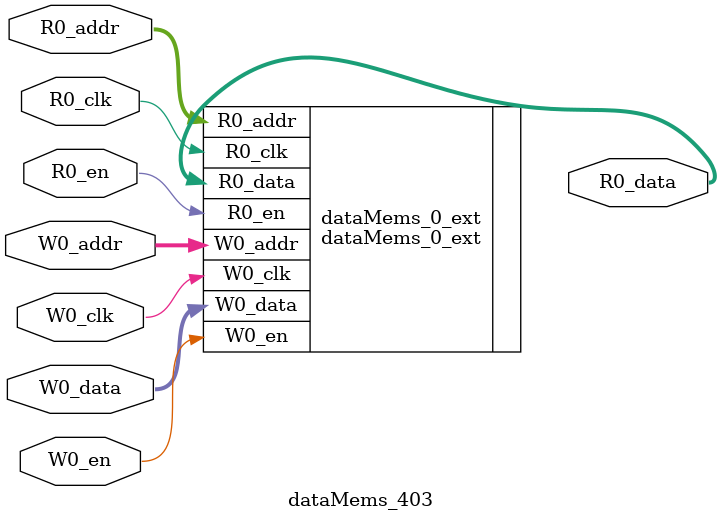
<source format=sv>
`ifndef RANDOMIZE
  `ifdef RANDOMIZE_REG_INIT
    `define RANDOMIZE
  `endif // RANDOMIZE_REG_INIT
`endif // not def RANDOMIZE
`ifndef RANDOMIZE
  `ifdef RANDOMIZE_MEM_INIT
    `define RANDOMIZE
  `endif // RANDOMIZE_MEM_INIT
`endif // not def RANDOMIZE

`ifndef RANDOM
  `define RANDOM $random
`endif // not def RANDOM

// Users can define 'PRINTF_COND' to add an extra gate to prints.
`ifndef PRINTF_COND_
  `ifdef PRINTF_COND
    `define PRINTF_COND_ (`PRINTF_COND)
  `else  // PRINTF_COND
    `define PRINTF_COND_ 1
  `endif // PRINTF_COND
`endif // not def PRINTF_COND_

// Users can define 'ASSERT_VERBOSE_COND' to add an extra gate to assert error printing.
`ifndef ASSERT_VERBOSE_COND_
  `ifdef ASSERT_VERBOSE_COND
    `define ASSERT_VERBOSE_COND_ (`ASSERT_VERBOSE_COND)
  `else  // ASSERT_VERBOSE_COND
    `define ASSERT_VERBOSE_COND_ 1
  `endif // ASSERT_VERBOSE_COND
`endif // not def ASSERT_VERBOSE_COND_

// Users can define 'STOP_COND' to add an extra gate to stop conditions.
`ifndef STOP_COND_
  `ifdef STOP_COND
    `define STOP_COND_ (`STOP_COND)
  `else  // STOP_COND
    `define STOP_COND_ 1
  `endif // STOP_COND
`endif // not def STOP_COND_

// Users can define INIT_RANDOM as general code that gets injected into the
// initializer block for modules with registers.
`ifndef INIT_RANDOM
  `define INIT_RANDOM
`endif // not def INIT_RANDOM

// If using random initialization, you can also define RANDOMIZE_DELAY to
// customize the delay used, otherwise 0.002 is used.
`ifndef RANDOMIZE_DELAY
  `define RANDOMIZE_DELAY 0.002
`endif // not def RANDOMIZE_DELAY

// Define INIT_RANDOM_PROLOG_ for use in our modules below.
`ifndef INIT_RANDOM_PROLOG_
  `ifdef RANDOMIZE
    `ifdef VERILATOR
      `define INIT_RANDOM_PROLOG_ `INIT_RANDOM
    `else  // VERILATOR
      `define INIT_RANDOM_PROLOG_ `INIT_RANDOM #`RANDOMIZE_DELAY begin end
    `endif // VERILATOR
  `else  // RANDOMIZE
    `define INIT_RANDOM_PROLOG_
  `endif // RANDOMIZE
`endif // not def INIT_RANDOM_PROLOG_

// Include register initializers in init blocks unless synthesis is set
`ifndef SYNTHESIS
  `ifndef ENABLE_INITIAL_REG_
    `define ENABLE_INITIAL_REG_
  `endif // not def ENABLE_INITIAL_REG_
`endif // not def SYNTHESIS

// Include rmemory initializers in init blocks unless synthesis is set
`ifndef SYNTHESIS
  `ifndef ENABLE_INITIAL_MEM_
    `define ENABLE_INITIAL_MEM_
  `endif // not def ENABLE_INITIAL_MEM_
`endif // not def SYNTHESIS

module dataMems_403(	// @[generators/ara/src/main/scala/UnsafeAXI4ToTL.scala:365:62]
  input  [4:0]  R0_addr,
  input         R0_en,
  input         R0_clk,
  output [66:0] R0_data,
  input  [4:0]  W0_addr,
  input         W0_en,
  input         W0_clk,
  input  [66:0] W0_data
);

  dataMems_0_ext dataMems_0_ext (	// @[generators/ara/src/main/scala/UnsafeAXI4ToTL.scala:365:62]
    .R0_addr (R0_addr),
    .R0_en   (R0_en),
    .R0_clk  (R0_clk),
    .R0_data (R0_data),
    .W0_addr (W0_addr),
    .W0_en   (W0_en),
    .W0_clk  (W0_clk),
    .W0_data (W0_data)
  );
endmodule


</source>
